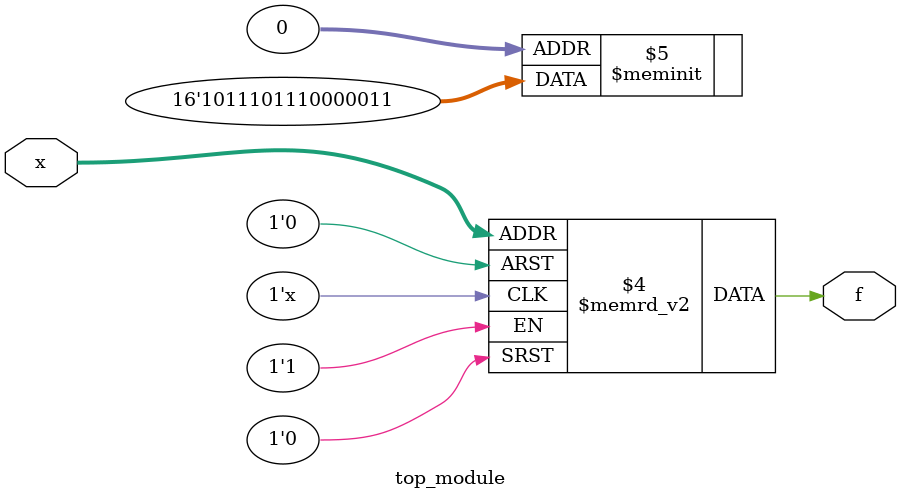
<source format=sv>
module top_module (
	input [4:1] x,
	output logic f
);

always_comb begin
	case ({x[4], x[3], x[2], x[1]})
		4'b0000: f = 1'b1;
		4'b0001: f = 1'b1;
		4'b0010: f = 1'b0;
		4'b0011: f = 1'b0;
		4'b0100: f = 1'b0;
		4'b0101: f = 1'b0;
		4'b0110: f = 1'b0;
		4'b0111: f = 1'b1;
		4'b1000: f = 1'b1;
		4'b1001: f = 1'b1;
		4'b1010: f = 1'b0;
		4'b1011: f = 1'b1;
		4'b1100: f = 1'b1;
		4'b1101: f = 1'b1;
		4'b1110: f = 1'b0;
		4'b1111: f = 1'b1;
	endcase
end

endmodule

</source>
